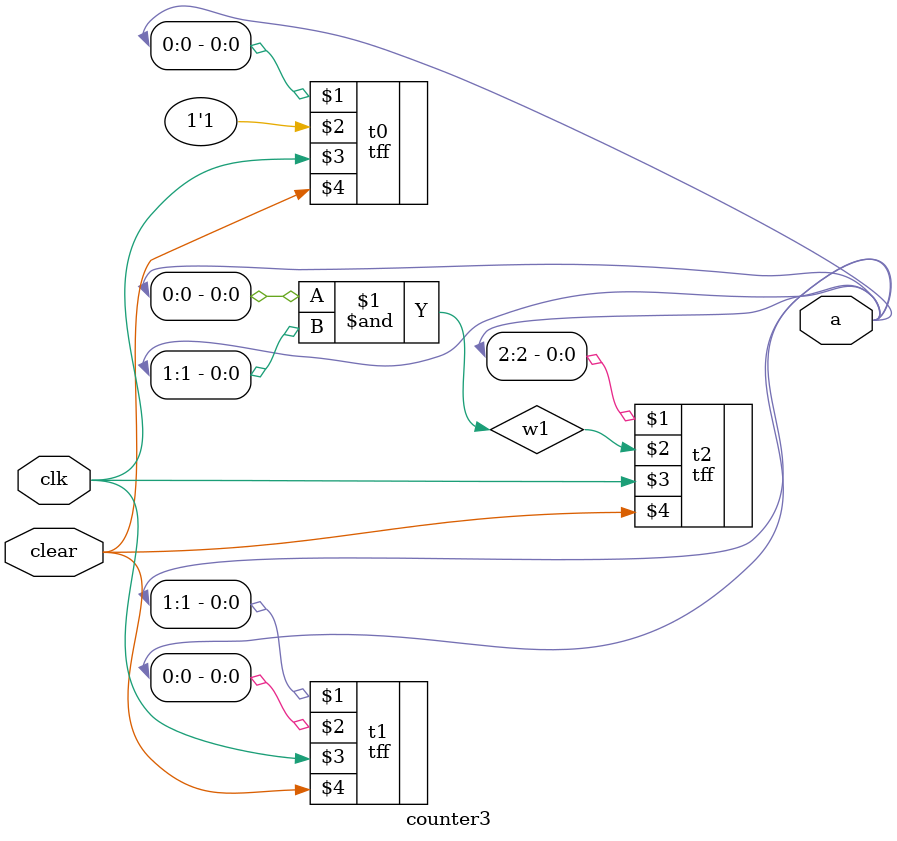
<source format=v>
`include "tff.v"


module counter3 (a, clk, clear) ;
	input clk, clear ;
	output[2:0] a ;
	
	wire w1, w2 ;
	
	tff t0 (a[0], 1'b1, clk, clear) ;
	tff t1 (a[1], a[0], clk, clear) ;
	
	and (w1, a[0], a[1]) ;
	tff t2 (a[2], w1, clk, clear) ;
endmodule
	
</source>
